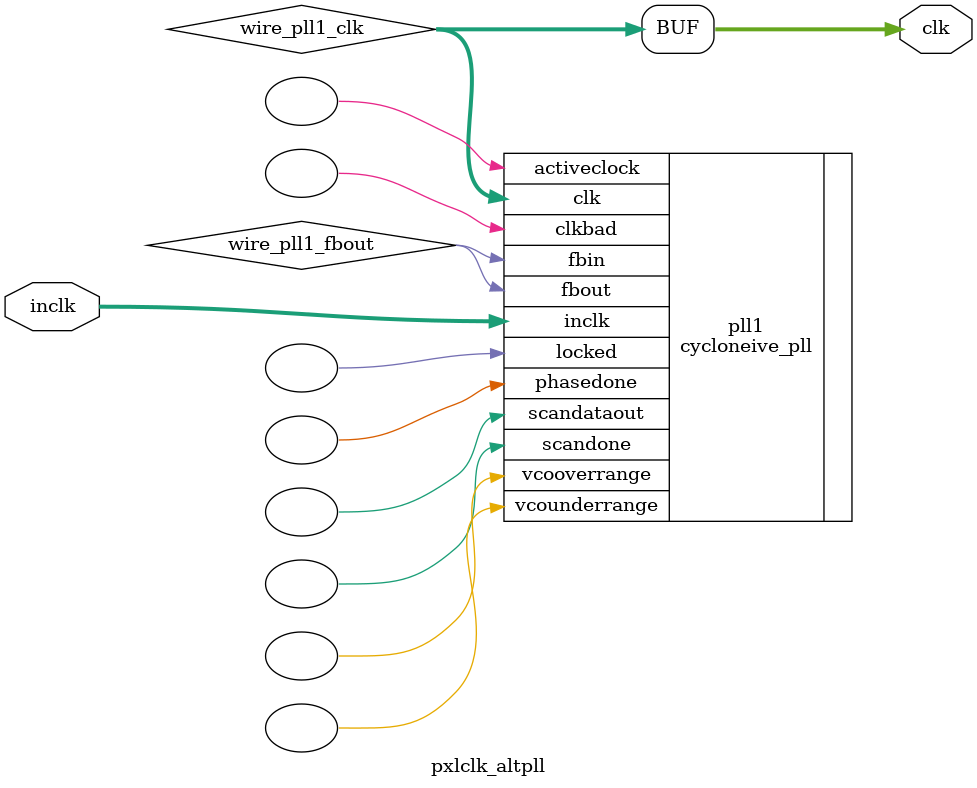
<source format=v>






//synthesis_resources = cycloneive_pll 1 
//synopsys translate_off
`timescale 1 ps / 1 ps
//synopsys translate_on
module  pxlclk_altpll
	( 
	clk,
	inclk) /* synthesis synthesis_clearbox=1 */;
	output   [4:0]  clk;
	input   [1:0]  inclk;
`ifndef ALTERA_RESERVED_QIS
// synopsys translate_off
`endif
	tri0   [1:0]  inclk;
`ifndef ALTERA_RESERVED_QIS
// synopsys translate_on
`endif

	wire  [4:0]   wire_pll1_clk;
	wire  wire_pll1_fbout;

	cycloneive_pll   pll1
	( 
	.activeclock(),
	.clk(wire_pll1_clk),
	.clkbad(),
	.fbin(wire_pll1_fbout),
	.fbout(wire_pll1_fbout),
	.inclk(inclk),
	.locked(),
	.phasedone(),
	.scandataout(),
	.scandone(),
	.vcooverrange(),
	.vcounderrange()
	`ifndef FORMAL_VERIFICATION
	// synopsys translate_off
	`endif
	,
	.areset(1'b0),
	.clkswitch(1'b0),
	.configupdate(1'b0),
	.pfdena(1'b1),
	.phasecounterselect({3{1'b0}}),
	.phasestep(1'b0),
	.phaseupdown(1'b0),
	.scanclk(1'b0),
	.scanclkena(1'b1),
	.scandata(1'b0)
	`ifndef FORMAL_VERIFICATION
	// synopsys translate_on
	`endif
	);
	defparam
		pll1.bandwidth_type = "auto",
		pll1.clk0_divide_by = 2000,
		pll1.clk0_duty_cycle = 50,
		pll1.clk0_multiply_by = 1007,
		pll1.clk0_phase_shift = "0",
		pll1.compensate_clock = "clk0",
		pll1.inclk0_input_frequency = 20000,
		pll1.operation_mode = "normal",
		pll1.pll_type = "auto",
		pll1.lpm_type = "cycloneive_pll";
	assign
		clk = {wire_pll1_clk[4:0]};
endmodule //pxlclk_altpll
//VALID FILE

</source>
